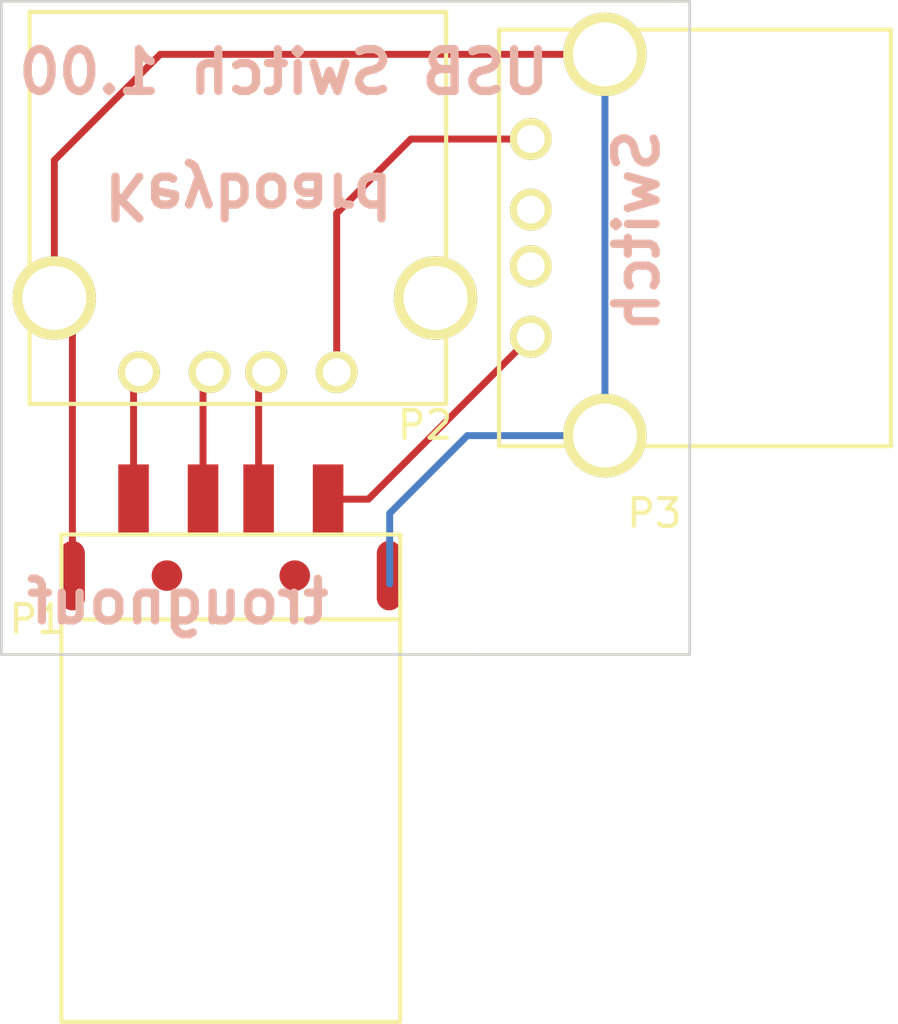
<source format=kicad_pcb>
(kicad_pcb (version 4) (host pcbnew 4.0.1-stable)

  (general
    (links 10)
    (no_connects 2)
    (area 187.214999 123.714999 219.800001 160.807001)
    (thickness 1.6)
    (drawings 11)
    (tracks 22)
    (zones 0)
    (modules 3)
    (nets 9)
  )

  (page A4)
  (layers
    (0 F.Cu signal)
    (31 B.Cu signal)
    (32 B.Adhes user)
    (33 F.Adhes user)
    (34 B.Paste user)
    (35 F.Paste user)
    (36 B.SilkS user)
    (37 F.SilkS user)
    (38 B.Mask user)
    (39 F.Mask user)
    (40 Dwgs.User user)
    (41 Cmts.User user)
    (42 Eco1.User user)
    (43 Eco2.User user)
    (44 Edge.Cuts user)
    (45 Margin user)
    (46 B.CrtYd user)
    (47 F.CrtYd user)
    (48 B.Fab user)
    (49 F.Fab user)
  )

  (setup
    (last_trace_width 0.25)
    (trace_clearance 0.2)
    (zone_clearance 0.508)
    (zone_45_only no)
    (trace_min 0.2)
    (segment_width 0.2)
    (edge_width 0.1)
    (via_size 0.6)
    (via_drill 0.4)
    (via_min_size 0.4)
    (via_min_drill 0.3)
    (uvia_size 0.3)
    (uvia_drill 0.1)
    (uvias_allowed no)
    (uvia_min_size 0.2)
    (uvia_min_drill 0.1)
    (pcb_text_width 0.3)
    (pcb_text_size 1.5 1.5)
    (mod_edge_width 0.15)
    (mod_text_size 1 1)
    (mod_text_width 0.15)
    (pad_size 1.5 1.5)
    (pad_drill 0.6)
    (pad_to_mask_clearance 0)
    (aux_axis_origin 0 0)
    (visible_elements FFFFFF7F)
    (pcbplotparams
      (layerselection 0x010f0_80000001)
      (usegerberextensions true)
      (excludeedgelayer true)
      (linewidth 0.100000)
      (plotframeref false)
      (viasonmask false)
      (mode 1)
      (useauxorigin false)
      (hpglpennumber 1)
      (hpglpenspeed 20)
      (hpglpendiameter 15)
      (hpglpenoverlay 2)
      (psnegative false)
      (psa4output false)
      (plotreference true)
      (plotvalue true)
      (plotinvisibletext false)
      (padsonsilk false)
      (subtractmaskfromsilk false)
      (outputformat 1)
      (mirror false)
      (drillshape 0)
      (scaleselection 1)
      (outputdirectory Gerber/))
  )

  (net 0 "")
  (net 1 "Net-(P1-Pad5)")
  (net 2 "Net-(P1-Pad1)")
  (net 3 "Net-(P1-Pad2)")
  (net 4 "Net-(P1-Pad3)")
  (net 5 "Net-(P1-Pad4)")
  (net 6 "Net-(P2-Pad1)")
  (net 7 "Net-(P3-Pad3)")
  (net 8 "Net-(P3-Pad2)")

  (net_class Default "This is the default net class."
    (clearance 0.2)
    (trace_width 0.25)
    (via_dia 0.6)
    (via_drill 0.4)
    (uvia_dia 0.3)
    (uvia_drill 0.1)
    (add_net "Net-(P1-Pad1)")
    (add_net "Net-(P1-Pad2)")
    (add_net "Net-(P1-Pad3)")
    (add_net "Net-(P1-Pad4)")
    (add_net "Net-(P1-Pad5)")
    (add_net "Net-(P2-Pad1)")
    (add_net "Net-(P3-Pad2)")
    (add_net "Net-(P3-Pad3)")
  )

  (module Connect:USB_A (layer F.Cu) (tedit 56870D66) (tstamp 5686F98C)
    (at 199.39 137.16 180)
    (descr "USB A connector")
    (tags "USB USB_A")
    (path /5683095F)
    (fp_text reference P2 (at -3.175 -1.905 180) (layer F.SilkS)
      (effects (font (size 1 1) (thickness 0.15)))
    )
    (fp_text value USB_A (at 9.525 -1.905 180) (layer F.Fab)
      (effects (font (size 1 1) (thickness 0.15)))
    )
    (fp_line (start -5.3 13.2) (end -5.3 -1.4) (layer F.CrtYd) (width 0.05))
    (fp_line (start 11.95 -1.4) (end 11.95 13.2) (layer F.CrtYd) (width 0.05))
    (fp_line (start -5.3 13.2) (end 11.95 13.2) (layer F.CrtYd) (width 0.05))
    (fp_line (start -5.3 -1.4) (end 11.95 -1.4) (layer F.CrtYd) (width 0.05))
    (fp_line (start 11.04986 -1.14512) (end 11.04986 12.95188) (layer F.SilkS) (width 0.15))
    (fp_line (start -3.93614 12.95188) (end -3.93614 -1.14512) (layer F.SilkS) (width 0.15))
    (fp_line (start 11.04986 -1.14512) (end -3.93614 -1.14512) (layer F.SilkS) (width 0.15))
    (fp_line (start 11.04986 12.95188) (end -3.93614 12.95188) (layer F.SilkS) (width 0.15))
    (pad 4 thru_hole circle (at 7.11286 -0.00212 90) (size 1.50114 1.50114) (drill 1.00076) (layers *.Cu *.Mask F.SilkS)
      (net 5 "Net-(P1-Pad4)"))
    (pad 3 thru_hole circle (at 4.57286 -0.00212 90) (size 1.50114 1.50114) (drill 1.00076) (layers *.Cu *.Mask F.SilkS)
      (net 4 "Net-(P1-Pad3)"))
    (pad 2 thru_hole circle (at 2.54086 -0.00212 90) (size 1.50114 1.50114) (drill 1.00076) (layers *.Cu *.Mask F.SilkS)
      (net 3 "Net-(P1-Pad2)"))
    (pad 1 thru_hole circle (at 0.00086 -0.00212 90) (size 1.50114 1.50114) (drill 1.00076) (layers *.Cu *.Mask F.SilkS)
      (net 6 "Net-(P2-Pad1)"))
    (pad 5 thru_hole circle (at 10.16086 2.66488 90) (size 2.99974 2.99974) (drill 2.30124) (layers *.Cu *.Mask F.SilkS)
      (net 1 "Net-(P1-Pad5)"))
    (pad 5 thru_hole circle (at -3.55514 2.66488 90) (size 2.99974 2.99974) (drill 2.30124) (layers *.Cu *.Mask F.SilkS)
      (net 1 "Net-(P1-Pad5)"))
    (model Connect.3dshapes/USB_A.wrl
      (at (xyz 0.14 0 0))
      (scale (xyz 1 1 1))
      (rotate (xyz 0 0 90))
    )
  )

  (module Connect:USB_A (layer F.Cu) (tedit 56870D80) (tstamp 5686F996)
    (at 206.375 135.89 90)
    (descr "USB A connector")
    (tags "USB USB_A")
    (path /56830A7E)
    (fp_text reference P3 (at -6.35 4.445 180) (layer F.SilkS)
      (effects (font (size 1 1) (thickness 0.15)))
    )
    (fp_text value USB_A (at -6.35 0.635 360) (layer F.Fab)
      (effects (font (size 1 1) (thickness 0.15)))
    )
    (fp_line (start -5.3 13.2) (end -5.3 -1.4) (layer F.CrtYd) (width 0.05))
    (fp_line (start 11.95 -1.4) (end 11.95 13.2) (layer F.CrtYd) (width 0.05))
    (fp_line (start -5.3 13.2) (end 11.95 13.2) (layer F.CrtYd) (width 0.05))
    (fp_line (start -5.3 -1.4) (end 11.95 -1.4) (layer F.CrtYd) (width 0.05))
    (fp_line (start 11.04986 -1.14512) (end 11.04986 12.95188) (layer F.SilkS) (width 0.15))
    (fp_line (start -3.93614 12.95188) (end -3.93614 -1.14512) (layer F.SilkS) (width 0.15))
    (fp_line (start 11.04986 -1.14512) (end -3.93614 -1.14512) (layer F.SilkS) (width 0.15))
    (fp_line (start 11.04986 12.95188) (end -3.93614 12.95188) (layer F.SilkS) (width 0.15))
    (pad 4 thru_hole circle (at 7.11286 -0.00212) (size 1.50114 1.50114) (drill 1.00076) (layers *.Cu *.Mask F.SilkS)
      (net 6 "Net-(P2-Pad1)"))
    (pad 3 thru_hole circle (at 4.57286 -0.00212) (size 1.50114 1.50114) (drill 1.00076) (layers *.Cu *.Mask F.SilkS)
      (net 7 "Net-(P3-Pad3)"))
    (pad 2 thru_hole circle (at 2.54086 -0.00212) (size 1.50114 1.50114) (drill 1.00076) (layers *.Cu *.Mask F.SilkS)
      (net 8 "Net-(P3-Pad2)"))
    (pad 1 thru_hole circle (at 0.00086 -0.00212) (size 1.50114 1.50114) (drill 1.00076) (layers *.Cu *.Mask F.SilkS)
      (net 2 "Net-(P1-Pad1)"))
    (pad 5 thru_hole circle (at 10.16086 2.66488) (size 2.99974 2.99974) (drill 2.30124) (layers *.Cu *.Mask F.SilkS)
      (net 1 "Net-(P1-Pad5)"))
    (pad 5 thru_hole circle (at -3.55514 2.66488) (size 2.99974 2.99974) (drill 2.30124) (layers *.Cu *.Mask F.SilkS)
      (net 1 "Net-(P1-Pad5)"))
    (model Connect.3dshapes/USB_A.wrl
      (at (xyz 0.14 0 0))
      (scale (xyz 1 1 1))
      (rotate (xyz 0 0 90))
    )
  )

  (module con-trougnouf:USB_A (layer F.Cu) (tedit 56870D58) (tstamp 5686FCAE)
    (at 195.58 146.05)
    (path /56830B0B)
    (fp_text reference P1 (at -6.985 0) (layer F.SilkS)
      (effects (font (size 1 1) (thickness 0.15)))
    )
    (fp_text value USB_A (at 8.89 0) (layer F.Fab)
      (effects (font (size 1 1) (thickness 0.15)))
    )
    (fp_line (start 6.025 0.004) (end -6.025 0.004) (layer F.SilkS) (width 0.15))
    (fp_line (start 6.096 -3.048) (end 6.096 14.478) (layer F.SilkS) (width 0.15))
    (fp_line (start -6.096 -3.048) (end -6.096 14.478) (layer F.SilkS) (width 0.15))
    (fp_line (start 6.025 14.482) (end -6.025 14.482) (layer F.SilkS) (width 0.15))
    (fp_line (start 6.025 -3.048) (end -6.025 -3.048) (layer F.SilkS) (width 0.15))
    (pad 5 smd oval (at 5.7 -1.568) (size 0.9 2.5) (layers F.Cu F.Paste F.Mask)
      (net 1 "Net-(P1-Pad5)"))
    (pad "" smd circle (at 2.3 -1.568) (size 1.1 1.1) (layers F.Cu F.Paste F.Mask))
    (pad 4 smd rect (at -3.5 -4.318) (size 1.1 2.5) (layers F.Cu F.Paste F.Mask)
      (net 5 "Net-(P1-Pad4)"))
    (pad 3 smd rect (at -1 -4.318) (size 1.1 2.5) (layers F.Cu F.Paste F.Mask)
      (net 4 "Net-(P1-Pad3)"))
    (pad 2 smd rect (at 1 -4.318) (size 1.1 2.5) (layers F.Cu F.Paste F.Mask)
      (net 3 "Net-(P1-Pad2)"))
    (pad 1 smd rect (at 3.5 -4.318) (size 1.1 2.5) (layers F.Cu F.Paste F.Mask)
      (net 2 "Net-(P1-Pad1)"))
    (pad "" smd circle (at -2.3 -1.568) (size 1.1 1.1) (layers F.Cu F.Paste F.Mask))
    (pad 5 smd oval (at -5.7 -1.568) (size 0.9 2.5) (layers F.Cu F.Paste F.Mask)
      (net 1 "Net-(P1-Pad5)"))
  )

  (gr_text Switch (at 210.185 132.08 90) (layer B.SilkS)
    (effects (font (size 1.5 1.5) (thickness 0.3)) (justify mirror))
  )
  (gr_text Keyboard (at 196.215 130.81 180) (layer B.SilkS)
    (effects (font (size 1.5 1.5) (thickness 0.3)) (justify mirror))
  )
  (gr_text "USB Switch 1.00" (at 197.485 126.365) (layer B.SilkS)
    (effects (font (size 1.5 1.5) (thickness 0.3)) (justify mirror))
  )
  (gr_text USB-SW (at 207.01 144.145) (layer F.Mask)
    (effects (font (size 1.5 1.5) (thickness 0.3)))
  )
  (gr_text trougnouf (at 193.675 145.415) (layer B.SilkS)
    (effects (font (size 1.5 1.5) (thickness 0.3)) (justify mirror))
  )
  (gr_line (start 204.47 147.32) (end 187.325 147.32) (angle 90) (layer Edge.Cuts) (width 0.1))
  (gr_line (start 212.09 147.32) (end 204.47 147.32) (angle 90) (layer Edge.Cuts) (width 0.1))
  (gr_line (start 212.09 123.825) (end 212.09 147.32) (angle 90) (layer Edge.Cuts) (width 0.1))
  (gr_line (start 211.455 123.825) (end 212.09 123.825) (angle 90) (layer Edge.Cuts) (width 0.1))
  (gr_line (start 187.325 123.825) (end 211.455 123.825) (angle 90) (layer Edge.Cuts) (width 0.1))
  (gr_line (start 187.325 147.32) (end 187.325 123.825) (angle 90) (layer Edge.Cuts) (width 0.1))

  (segment (start 209.03988 139.44514) (end 204.08986 139.44514) (width 0.25) (layer B.Cu) (net 1))
  (segment (start 201.295 142.24) (end 201.295 144.78) (width 0.25) (layer B.Cu) (net 1) (tstamp 56870CD2))
  (segment (start 204.08986 139.44514) (end 201.295 142.24) (width 0.25) (layer B.Cu) (net 1) (tstamp 56870CCA))
  (segment (start 209.03988 125.72914) (end 209.03988 139.44514) (width 0.25) (layer B.Cu) (net 1))
  (segment (start 189.22914 134.49512) (end 189.22914 129.54086) (width 0.25) (layer F.Cu) (net 1))
  (segment (start 193.04086 125.72914) (end 209.03988 125.72914) (width 0.25) (layer F.Cu) (net 1) (tstamp 56870B89))
  (segment (start 189.22914 129.54086) (end 193.04086 125.72914) (width 0.25) (layer F.Cu) (net 1) (tstamp 56870B87))
  (segment (start 189.88 144.482) (end 189.88 135.14598) (width 0.25) (layer F.Cu) (net 1))
  (segment (start 189.88 135.14598) (end 189.22914 134.49512) (width 0.25) (layer F.Cu) (net 1) (tstamp 56870B1E))
  (segment (start 201.28 144.482) (end 201.28 144.16) (width 0.25) (layer F.Cu) (net 1))
  (segment (start 199.08 141.732) (end 200.53002 141.732) (width 0.25) (layer F.Cu) (net 2))
  (segment (start 200.53002 141.732) (end 206.37288 135.88914) (width 0.25) (layer F.Cu) (net 2) (tstamp 56870B83))
  (segment (start 199.08 141.732) (end 199.263 141.732) (width 0.25) (layer F.Cu) (net 2))
  (segment (start 196.58 141.732) (end 196.58 137.43126) (width 0.25) (layer F.Cu) (net 3))
  (segment (start 196.58 137.43126) (end 196.84914 137.16212) (width 0.25) (layer F.Cu) (net 3) (tstamp 56870B27))
  (segment (start 194.58 141.732) (end 194.58 137.39926) (width 0.25) (layer F.Cu) (net 4))
  (segment (start 194.58 137.39926) (end 194.81714 137.16212) (width 0.25) (layer F.Cu) (net 4) (tstamp 56870B24))
  (segment (start 192.08 141.732) (end 192.08 137.35926) (width 0.25) (layer F.Cu) (net 5))
  (segment (start 192.08 137.35926) (end 192.27714 137.16212) (width 0.25) (layer F.Cu) (net 5) (tstamp 56870B21))
  (segment (start 206.37288 128.77714) (end 202.05786 128.77714) (width 0.25) (layer F.Cu) (net 6))
  (segment (start 199.38914 131.44586) (end 199.38914 137.16212) (width 0.25) (layer F.Cu) (net 6) (tstamp 56870B8F))
  (segment (start 202.05786 128.77714) (end 199.38914 131.44586) (width 0.25) (layer F.Cu) (net 6) (tstamp 56870B8D))

)

</source>
